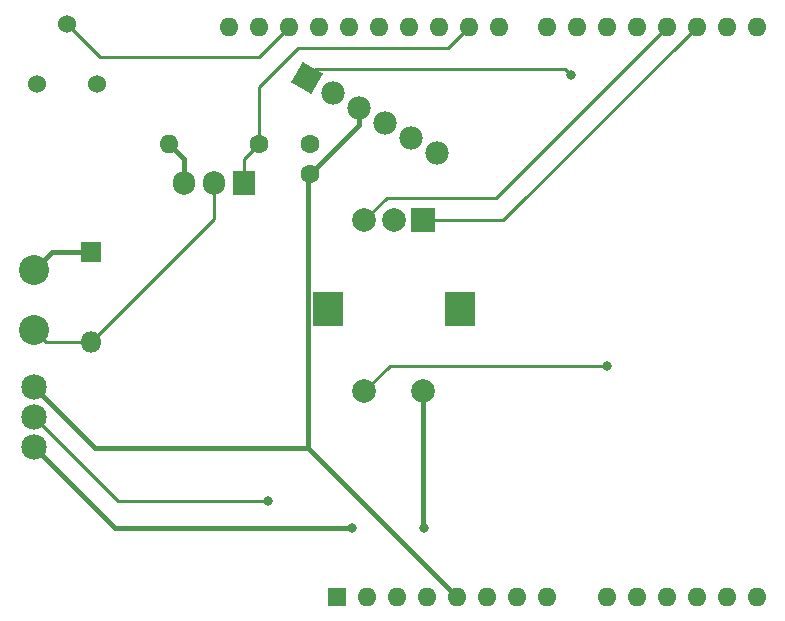
<source format=gbr>
%TF.GenerationSoftware,KiCad,Pcbnew,6.0.1-79c1e3a40b~116~ubuntu20.04.1*%
%TF.CreationDate,2022-01-30T00:58:34-05:00*%
%TF.ProjectId,Protogasm-Board-V2,50726f74-6f67-4617-936d-2d426f617264,rev?*%
%TF.SameCoordinates,PX68290a0PY76b1be0*%
%TF.FileFunction,Copper,L1,Top*%
%TF.FilePolarity,Positive*%
%FSLAX46Y46*%
G04 Gerber Fmt 4.6, Leading zero omitted, Abs format (unit mm)*
G04 Created by KiCad (PCBNEW 6.0.1-79c1e3a40b~116~ubuntu20.04.1) date 2022-01-30 00:58:34*
%MOMM*%
%LPD*%
G01*
G04 APERTURE LIST*
G04 Aperture macros list*
%AMRotRect*
0 Rectangle, with rotation*
0 The origin of the aperture is its center*
0 $1 length*
0 $2 width*
0 $3 Rotation angle, in degrees counterclockwise*
0 Add horizontal line*
21,1,$1,$2,0,0,$3*%
G04 Aperture macros list end*
%TA.AperFunction,ComponentPad*%
%ADD10C,1.981200*%
%TD*%
%TA.AperFunction,ComponentPad*%
%ADD11RotRect,1.981200X1.981200X240.000000*%
%TD*%
%TA.AperFunction,ComponentPad*%
%ADD12C,1.600000*%
%TD*%
%TA.AperFunction,ComponentPad*%
%ADD13O,1.600000X1.600000*%
%TD*%
%TA.AperFunction,ComponentPad*%
%ADD14R,2.000000X2.000000*%
%TD*%
%TA.AperFunction,ComponentPad*%
%ADD15C,2.000000*%
%TD*%
%TA.AperFunction,ComponentPad*%
%ADD16R,2.500000X3.000000*%
%TD*%
%TA.AperFunction,ComponentPad*%
%ADD17R,1.905000X2.000000*%
%TD*%
%TA.AperFunction,ComponentPad*%
%ADD18O,1.905000X2.000000*%
%TD*%
%TA.AperFunction,ComponentPad*%
%ADD19C,2.159000*%
%TD*%
%TA.AperFunction,ComponentPad*%
%ADD20R,1.800000X1.800000*%
%TD*%
%TA.AperFunction,ComponentPad*%
%ADD21O,1.800000X1.800000*%
%TD*%
%TA.AperFunction,ComponentPad*%
%ADD22C,1.524000*%
%TD*%
%TA.AperFunction,ComponentPad*%
%ADD23C,2.540000*%
%TD*%
%TA.AperFunction,ComponentPad*%
%ADD24R,1.600000X1.600000*%
%TD*%
%TA.AperFunction,ViaPad*%
%ADD25C,0.800000*%
%TD*%
%TA.AperFunction,Conductor*%
%ADD26C,0.250000*%
%TD*%
%TA.AperFunction,Conductor*%
%ADD27C,0.381000*%
%TD*%
G04 APERTURE END LIST*
D10*
%TO.P,U2,6,V_Ex*%
%TO.N,unconnected-(U2-Pad6)*%
X36398523Y40132000D03*
%TO.P,U2,5,V2*%
%TO.N,unconnected-(U2-Pad5)*%
X34198818Y41402000D03*
%TO.P,U2,4,V1*%
%TO.N,unconnected-(U2-Pad4)*%
X31999114Y42672000D03*
%TO.P,U2,3,VCC*%
%TO.N,+5V*%
X29799409Y43942000D03*
%TO.P,U2,2,GND*%
%TO.N,GND*%
X27599705Y45212000D03*
D11*
%TO.P,U2,1,Vout*%
%TO.N,/A0*%
X25400000Y46482000D03*
%TD*%
D12*
%TO.P,R1,1*%
%TO.N,/D9*%
X21336000Y40894000D03*
D13*
%TO.P,R1,2*%
%TO.N,GND*%
X13716000Y40894000D03*
%TD*%
D14*
%TO.P,SW1,A,A*%
%TO.N,/D2*%
X35266000Y34428000D03*
D15*
%TO.P,SW1,B,B*%
%TO.N,/D3*%
X30266000Y34428000D03*
%TO.P,SW1,C,C*%
%TO.N,GND*%
X32766000Y34428000D03*
D16*
%TO.P,SW1,MP*%
%TO.N,N/C*%
X38366000Y26928000D03*
X27166000Y26928000D03*
D15*
%TO.P,SW1,S1,S1*%
%TO.N,GND*%
X35266000Y19928000D03*
%TO.P,SW1,S2,S2*%
%TO.N,/D5*%
X30266000Y19928000D03*
%TD*%
D12*
%TO.P,C1,1*%
%TO.N,+5V*%
X25654000Y38354000D03*
%TO.P,C1,2*%
%TO.N,GND*%
X25654000Y40854000D03*
%TD*%
D17*
%TO.P,Q1,1,G*%
%TO.N,/D9*%
X20066000Y37592000D03*
D18*
%TO.P,Q1,2,D*%
%TO.N,/MOTOR-*%
X17526000Y37592000D03*
%TO.P,Q1,3,S*%
%TO.N,GND*%
X14986000Y37592000D03*
%TD*%
D19*
%TO.P,J1,1,+5V*%
%TO.N,+5V*%
X2286000Y20320000D03*
%TO.P,J1,2,Data_Input*%
%TO.N,/D10*%
X2286000Y17780000D03*
%TO.P,J1,3,GND*%
%TO.N,GND*%
X2286000Y15240000D03*
%TD*%
D20*
%TO.P,D1,1,K*%
%TO.N,+12V*%
X7112000Y31750000D03*
D21*
%TO.P,D1,2,A*%
%TO.N,/MOTOR-*%
X7112000Y24130000D03*
%TD*%
D22*
%TO.P,R2,1,1*%
%TO.N,+5V*%
X2540000Y45974000D03*
%TO.P,R2,2,2*%
%TO.N,/AREF*%
X5080000Y51054000D03*
%TO.P,R2,3,3*%
%TO.N,GND*%
X7620000Y45974000D03*
%TD*%
D23*
%TO.P,M1,1,+*%
%TO.N,+12V*%
X2286000Y30226000D03*
%TO.P,M1,2,-*%
%TO.N,/MOTOR-*%
X2286000Y25146000D03*
%TD*%
D13*
%TO.P,U1,32,SCL/A5*%
%TO.N,unconnected-(U1-Pad32)*%
X18800000Y50800000D03*
%TO.P,U1,31,SDA/A4*%
%TO.N,unconnected-(U1-Pad31)*%
X21340000Y50800000D03*
%TO.P,U1,30,AREF*%
%TO.N,/AREF*%
X23880000Y50800000D03*
%TO.P,U1,29,GND*%
%TO.N,GND*%
X26420000Y50800000D03*
%TO.P,U1,28,D13*%
%TO.N,unconnected-(U1-Pad28)*%
X28960000Y50800000D03*
%TO.P,U1,27,D12*%
%TO.N,unconnected-(U1-Pad27)*%
X31500000Y50800000D03*
%TO.P,U1,26,D11*%
%TO.N,unconnected-(U1-Pad26)*%
X34040000Y50800000D03*
%TO.P,U1,25,D10*%
%TO.N,/D10*%
X36580000Y50800000D03*
%TO.P,U1,24,D9*%
%TO.N,/D9*%
X39120000Y50800000D03*
%TO.P,U1,23,D8*%
%TO.N,unconnected-(U1-Pad23)*%
X41660000Y50800000D03*
%TO.P,U1,22,D7*%
%TO.N,unconnected-(U1-Pad22)*%
X45720000Y50800000D03*
%TO.P,U1,21,D6*%
%TO.N,unconnected-(U1-Pad21)*%
X48260000Y50800000D03*
%TO.P,U1,20,D5*%
%TO.N,/D5*%
X50800000Y50800000D03*
%TO.P,U1,19,D4*%
%TO.N,unconnected-(U1-Pad19)*%
X53340000Y50800000D03*
%TO.P,U1,18,D3*%
%TO.N,/D3*%
X55880000Y50800000D03*
%TO.P,U1,17,D2*%
%TO.N,/D2*%
X58420000Y50800000D03*
%TO.P,U1,16,D1/TX*%
%TO.N,unconnected-(U1-Pad16)*%
X60960000Y50800000D03*
%TO.P,U1,15,D0/RX*%
%TO.N,unconnected-(U1-Pad15)*%
X63500000Y50800000D03*
%TO.P,U1,14,SCL/A5*%
%TO.N,unconnected-(U1-Pad14)*%
X63500000Y2540000D03*
%TO.P,U1,13,SDA/A4*%
%TO.N,unconnected-(U1-Pad13)*%
X60960000Y2540000D03*
%TO.P,U1,12,A3*%
%TO.N,unconnected-(U1-Pad12)*%
X58420000Y2540000D03*
%TO.P,U1,11,A2*%
%TO.N,unconnected-(U1-Pad11)*%
X55880000Y2540000D03*
%TO.P,U1,10,A1*%
%TO.N,unconnected-(U1-Pad10)*%
X53340000Y2540000D03*
%TO.P,U1,9,A0*%
%TO.N,/A0*%
X50800000Y2540000D03*
%TO.P,U1,8,VIN*%
%TO.N,+12V*%
X45720000Y2540000D03*
%TO.P,U1,7,GND*%
%TO.N,unconnected-(U1-Pad7)*%
X43180000Y2540000D03*
%TO.P,U1,6,GND*%
%TO.N,unconnected-(U1-Pad6)*%
X40640000Y2540000D03*
%TO.P,U1,5,+5V*%
%TO.N,+5V*%
X38100000Y2540000D03*
%TO.P,U1,4,3V3*%
%TO.N,unconnected-(U1-Pad4)*%
X35560000Y2540000D03*
%TO.P,U1,3,~{RESET}*%
%TO.N,unconnected-(U1-Pad3)*%
X33020000Y2540000D03*
%TO.P,U1,2,IOREF*%
%TO.N,unconnected-(U1-Pad2)*%
X30480000Y2540000D03*
D24*
%TO.P,U1,1,NC*%
%TO.N,unconnected-(U1-Pad1)*%
X27940000Y2540000D03*
%TD*%
D25*
%TO.N,GND*%
X29210000Y8382000D03*
X35306000Y8382000D03*
%TO.N,/D10*%
X22098000Y10668000D03*
%TO.N,/A0*%
X47752000Y46736000D03*
%TO.N,/D5*%
X50800000Y22098000D03*
%TD*%
D26*
%TO.N,/AREF*%
X5080000Y51054000D02*
X7874000Y48260000D01*
X21340000Y48260000D02*
X23880000Y50800000D01*
X7874000Y48260000D02*
X21340000Y48260000D01*
%TO.N,/D5*%
X30266000Y19928000D02*
X32436000Y22098000D01*
X32436000Y22098000D02*
X50800000Y22098000D01*
%TO.N,/A0*%
X47752000Y46736000D02*
X47244000Y47244000D01*
X47244000Y47244000D02*
X26162000Y47244000D01*
X26162000Y47244000D02*
X25400000Y46482000D01*
%TO.N,/D9*%
X21336000Y40894000D02*
X21336000Y45720000D01*
X21336000Y45720000D02*
X24638000Y49022000D01*
X24638000Y49022000D02*
X37342000Y49022000D01*
X37342000Y49022000D02*
X39120000Y50800000D01*
%TO.N,/MOTOR-*%
X2286000Y25146000D02*
X3302000Y24130000D01*
X3302000Y24130000D02*
X7112000Y24130000D01*
D27*
%TO.N,GND*%
X2286000Y15240000D02*
X9144000Y8382000D01*
X9144000Y8382000D02*
X29210000Y8382000D01*
X35266000Y19928000D02*
X35266000Y8422000D01*
X35266000Y8422000D02*
X35306000Y8382000D01*
D26*
%TO.N,/D10*%
X22098000Y10668000D02*
X9398000Y10668000D01*
X9398000Y10668000D02*
X2286000Y17780000D01*
D27*
%TO.N,+5V*%
X2286000Y20320000D02*
X7437989Y15168011D01*
X7437989Y15168011D02*
X25471989Y15168011D01*
X38100000Y2540000D02*
X25471989Y15168011D01*
X25471989Y15168011D02*
X25471989Y38171989D01*
X25471989Y38171989D02*
X25654000Y38354000D01*
D26*
%TO.N,/D3*%
X30266000Y34428000D02*
X32160000Y36322000D01*
X32160000Y36322000D02*
X41402000Y36322000D01*
X41402000Y36322000D02*
X55880000Y50800000D01*
%TO.N,/D2*%
X35266000Y34428000D02*
X42048000Y34428000D01*
X42048000Y34428000D02*
X58420000Y50800000D01*
D27*
%TO.N,+5V*%
X25654000Y38354000D02*
X29799409Y42499409D01*
X29799409Y42499409D02*
X29799409Y43942000D01*
D26*
%TO.N,/D9*%
X20066000Y37592000D02*
X20066000Y39624000D01*
X20066000Y39624000D02*
X21336000Y40894000D01*
D27*
%TO.N,GND*%
X14986000Y37592000D02*
X14986000Y39624000D01*
X14986000Y39624000D02*
X13716000Y40894000D01*
D26*
%TO.N,/MOTOR-*%
X17526000Y37592000D02*
X17526000Y34544000D01*
X17526000Y34544000D02*
X7112000Y24130000D01*
D27*
%TO.N,+12V*%
X7112000Y31750000D02*
X3810000Y31750000D01*
X3810000Y31750000D02*
X2286000Y30226000D01*
%TD*%
M02*

</source>
